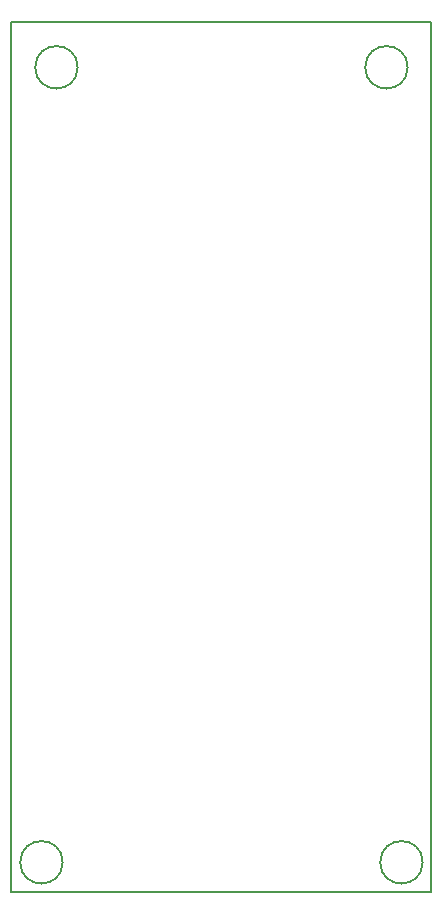
<source format=gbr>
G04 #@! TF.GenerationSoftware,KiCad,Pcbnew,5.0.2+dfsg1-1*
G04 #@! TF.CreationDate,2021-07-05T06:51:35+02:00*
G04 #@! TF.ProjectId,billjapacontrollerv2,62696c6c-6a61-4706-9163-6f6e74726f6c,rev?*
G04 #@! TF.SameCoordinates,Original*
G04 #@! TF.FileFunction,Profile,NP*
%FSLAX46Y46*%
G04 Gerber Fmt 4.6, Leading zero omitted, Abs format (unit mm)*
G04 Created by KiCad (PCBNEW 5.0.2+dfsg1-1) date lun. 05 juil. 2021 06:51:35 CEST*
%MOMM*%
%LPD*%
G01*
G04 APERTURE LIST*
%ADD10C,0.150000*%
G04 APERTURE END LIST*
D10*
X60216051Y-83820000D02*
G75*
G03X60216051Y-83820000I-1796051J0D01*
G01*
X29736051Y-83820000D02*
G75*
G03X29736051Y-83820000I-1796051J0D01*
G01*
X31006051Y-16510000D02*
G75*
G03X31006051Y-16510000I-1796051J0D01*
G01*
X58946051Y-16510000D02*
G75*
G03X58946051Y-16510000I-1796051J0D01*
G01*
X25400000Y-12700000D02*
X60960000Y-12700000D01*
X25400000Y-86360000D02*
X25400000Y-12700000D01*
X60960000Y-86360000D02*
X25400000Y-86360000D01*
X60960000Y-12700000D02*
X60960000Y-86360000D01*
M02*

</source>
